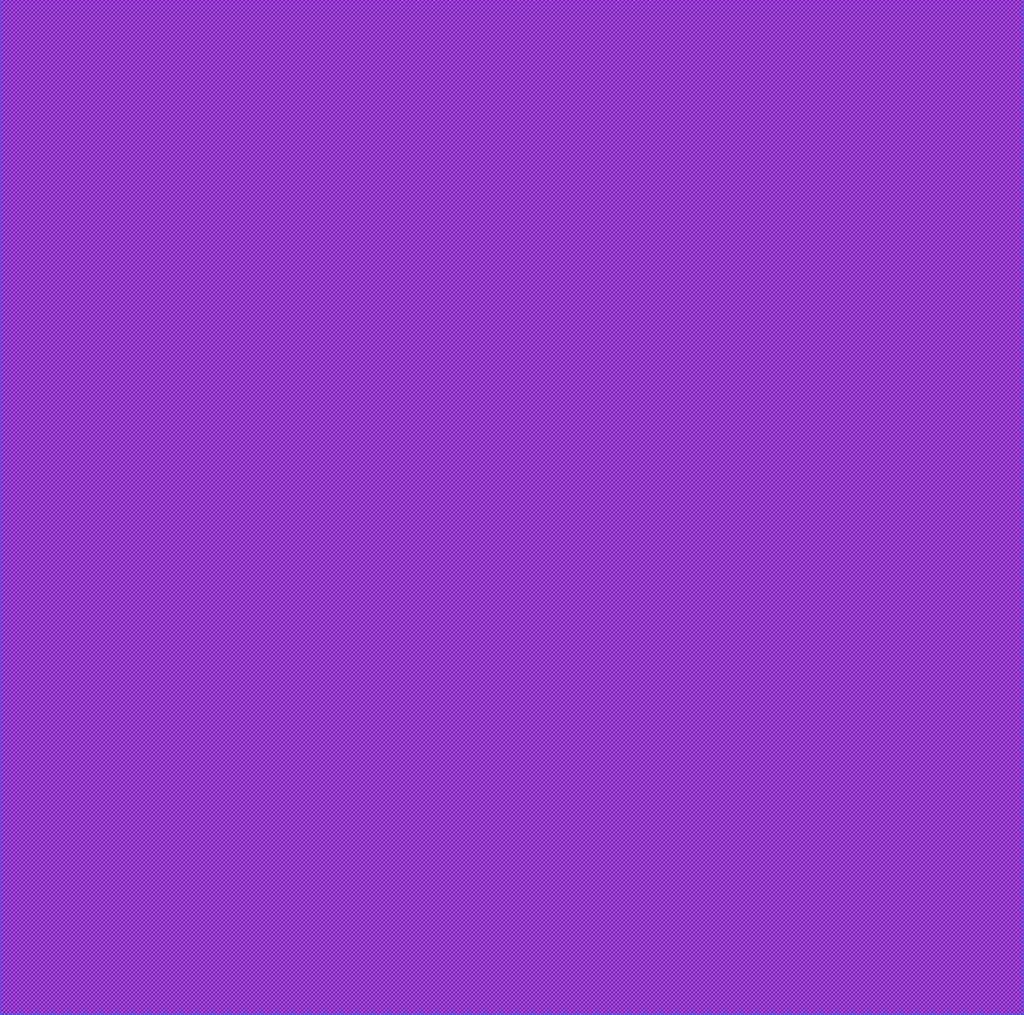
<source format=lef>
##
## LEF for PtnCells ;
## created by Innovus v18.10-p002_1 on Tue Apr 20 17:40:23 2021
##

VERSION 5.5 ;

NAMESCASESENSITIVE ON ;
BUSBITCHARS "[]" ;
DIVIDERCHAR "/" ;

MACRO aes128keyWrapper
  CLASS BLOCK ;
  SIZE 184.680000 BY 183.120000 ;
  FOREIGN aes128keyWrapper 0.000000 0.000000 ;
  ORIGIN 0 0 ;
  SYMMETRY X Y R90 ;
  PIN reset
    DIRECTION INPUT ;
    USE SIGNAL ;
  END reset
  PIN clock
    DIRECTION INPUT ;
    USE SIGNAL ;
  END clock
  PIN input[31]
    DIRECTION INPUT ;
    USE SIGNAL ;
    PORT
      LAYER metal2 ;
        RECT 90.690000 183.050000 90.760000 183.120000 ;
    END
  END input[31]
  PIN input[30]
    DIRECTION INPUT ;
    USE SIGNAL ;
    PORT
      LAYER metal2 ;
        RECT 89.740000 183.050000 89.810000 183.120000 ;
    END
  END input[30]
  PIN input[29]
    DIRECTION INPUT ;
    USE SIGNAL ;
    PORT
      LAYER metal2 ;
        RECT 88.790000 183.050000 88.860000 183.120000 ;
    END
  END input[29]
  PIN input[28]
    DIRECTION INPUT ;
    USE SIGNAL ;
    PORT
      LAYER metal2 ;
        RECT 87.840000 183.050000 87.910000 183.120000 ;
    END
  END input[28]
  PIN input[27]
    DIRECTION INPUT ;
    USE SIGNAL ;
    PORT
      LAYER metal2 ;
        RECT 86.890000 183.050000 86.960000 183.120000 ;
    END
  END input[27]
  PIN input[26]
    DIRECTION INPUT ;
    USE SIGNAL ;
    PORT
      LAYER metal2 ;
        RECT 85.940000 183.050000 86.010000 183.120000 ;
    END
  END input[26]
  PIN input[25]
    DIRECTION INPUT ;
    USE SIGNAL ;
    PORT
      LAYER metal2 ;
        RECT 84.990000 183.050000 85.060000 183.120000 ;
    END
  END input[25]
  PIN input[24]
    DIRECTION INPUT ;
    USE SIGNAL ;
    PORT
      LAYER metal2 ;
        RECT 84.040000 183.050000 84.110000 183.120000 ;
    END
  END input[24]
  PIN input[23]
    DIRECTION INPUT ;
    USE SIGNAL ;
    PORT
      LAYER metal2 ;
        RECT 83.090000 183.050000 83.160000 183.120000 ;
    END
  END input[23]
  PIN input[22]
    DIRECTION INPUT ;
    USE SIGNAL ;
    PORT
      LAYER metal2 ;
        RECT 82.140000 183.050000 82.210000 183.120000 ;
    END
  END input[22]
  PIN input[21]
    DIRECTION INPUT ;
    USE SIGNAL ;
    PORT
      LAYER metal2 ;
        RECT 81.190000 183.050000 81.260000 183.120000 ;
    END
  END input[21]
  PIN input[20]
    DIRECTION INPUT ;
    USE SIGNAL ;
    PORT
      LAYER metal2 ;
        RECT 80.240000 183.050000 80.310000 183.120000 ;
    END
  END input[20]
  PIN input[19]
    DIRECTION INPUT ;
    USE SIGNAL ;
    PORT
      LAYER metal2 ;
        RECT 79.290000 183.050000 79.360000 183.120000 ;
    END
  END input[19]
  PIN input[18]
    DIRECTION INPUT ;
    USE SIGNAL ;
    PORT
      LAYER metal2 ;
        RECT 78.340000 183.050000 78.410000 183.120000 ;
    END
  END input[18]
  PIN input[17]
    DIRECTION INPUT ;
    USE SIGNAL ;
    PORT
      LAYER metal2 ;
        RECT 77.390000 183.050000 77.460000 183.120000 ;
    END
  END input[17]
  PIN input[16]
    DIRECTION INPUT ;
    USE SIGNAL ;
    PORT
      LAYER metal2 ;
        RECT 76.440000 183.050000 76.510000 183.120000 ;
    END
  END input[16]
  PIN input[15]
    DIRECTION INPUT ;
    USE SIGNAL ;
    PORT
      LAYER metal2 ;
        RECT 75.490000 183.050000 75.560000 183.120000 ;
    END
  END input[15]
  PIN input[14]
    DIRECTION INPUT ;
    USE SIGNAL ;
    PORT
      LAYER metal2 ;
        RECT 74.540000 183.050000 74.610000 183.120000 ;
    END
  END input[14]
  PIN input[13]
    DIRECTION INPUT ;
    USE SIGNAL ;
    PORT
      LAYER metal2 ;
        RECT 73.590000 183.050000 73.660000 183.120000 ;
    END
  END input[13]
  PIN input[12]
    DIRECTION INPUT ;
    USE SIGNAL ;
    PORT
      LAYER metal2 ;
        RECT 72.640000 183.050000 72.710000 183.120000 ;
    END
  END input[12]
  PIN input[11]
    DIRECTION INPUT ;
    USE SIGNAL ;
    PORT
      LAYER metal2 ;
        RECT 71.690000 183.050000 71.760000 183.120000 ;
    END
  END input[11]
  PIN input[10]
    DIRECTION INPUT ;
    USE SIGNAL ;
    PORT
      LAYER metal2 ;
        RECT 70.740000 183.050000 70.810000 183.120000 ;
    END
  END input[10]
  PIN input[9]
    DIRECTION INPUT ;
    USE SIGNAL ;
    PORT
      LAYER metal2 ;
        RECT 69.790000 183.050000 69.860000 183.120000 ;
    END
  END input[9]
  PIN input[8]
    DIRECTION INPUT ;
    USE SIGNAL ;
    PORT
      LAYER metal2 ;
        RECT 68.840000 183.050000 68.910000 183.120000 ;
    END
  END input[8]
  PIN input[7]
    DIRECTION INPUT ;
    USE SIGNAL ;
    PORT
      LAYER metal2 ;
        RECT 67.890000 183.050000 67.960000 183.120000 ;
    END
  END input[7]
  PIN input[6]
    DIRECTION INPUT ;
    USE SIGNAL ;
    PORT
      LAYER metal2 ;
        RECT 66.940000 183.050000 67.010000 183.120000 ;
    END
  END input[6]
  PIN input[5]
    DIRECTION INPUT ;
    USE SIGNAL ;
    PORT
      LAYER metal2 ;
        RECT 65.990000 183.050000 66.060000 183.120000 ;
    END
  END input[5]
  PIN input[4]
    DIRECTION INPUT ;
    USE SIGNAL ;
    PORT
      LAYER metal2 ;
        RECT 65.040000 183.050000 65.110000 183.120000 ;
    END
  END input[4]
  PIN input[3]
    DIRECTION INPUT ;
    USE SIGNAL ;
    PORT
      LAYER metal2 ;
        RECT 64.090000 183.050000 64.160000 183.120000 ;
    END
  END input[3]
  PIN input[2]
    DIRECTION INPUT ;
    USE SIGNAL ;
    PORT
      LAYER metal2 ;
        RECT 63.140000 183.050000 63.210000 183.120000 ;
    END
  END input[2]
  PIN input[1]
    DIRECTION INPUT ;
    USE SIGNAL ;
    PORT
      LAYER metal2 ;
        RECT 62.190000 183.050000 62.260000 183.120000 ;
    END
  END input[1]
  PIN input[0]
    DIRECTION INPUT ;
    USE SIGNAL ;
    PORT
      LAYER metal2 ;
        RECT 61.240000 183.050000 61.310000 183.120000 ;
    END
  END input[0]
  PIN cipher[31]
    DIRECTION OUTPUT ;
    USE SIGNAL ;
    PORT
      LAYER metal2 ;
        RECT 62.950000 0.000000 63.020000 0.070000 ;
    END
  END cipher[31]
  PIN cipher[30]
    DIRECTION OUTPUT ;
    USE SIGNAL ;
    PORT
      LAYER metal2 ;
        RECT 64.850000 0.000000 64.920000 0.070000 ;
    END
  END cipher[30]
  PIN cipher[29]
    DIRECTION OUTPUT ;
    USE SIGNAL ;
    PORT
      LAYER metal2 ;
        RECT 66.750000 0.000000 66.820000 0.070000 ;
    END
  END cipher[29]
  PIN cipher[28]
    DIRECTION OUTPUT ;
    USE SIGNAL ;
    PORT
      LAYER metal2 ;
        RECT 68.650000 0.000000 68.720000 0.070000 ;
    END
  END cipher[28]
  PIN cipher[27]
    DIRECTION OUTPUT ;
    USE SIGNAL ;
    PORT
      LAYER metal2 ;
        RECT 70.550000 0.000000 70.620000 0.070000 ;
    END
  END cipher[27]
  PIN cipher[26]
    DIRECTION OUTPUT ;
    USE SIGNAL ;
    PORT
      LAYER metal2 ;
        RECT 72.450000 0.000000 72.520000 0.070000 ;
    END
  END cipher[26]
  PIN cipher[25]
    DIRECTION OUTPUT ;
    USE SIGNAL ;
    PORT
      LAYER metal2 ;
        RECT 74.350000 0.000000 74.420000 0.070000 ;
    END
  END cipher[25]
  PIN cipher[24]
    DIRECTION OUTPUT ;
    USE SIGNAL ;
    PORT
      LAYER metal2 ;
        RECT 76.250000 0.000000 76.320000 0.070000 ;
    END
  END cipher[24]
  PIN cipher[23]
    DIRECTION OUTPUT ;
    USE SIGNAL ;
    PORT
      LAYER metal2 ;
        RECT 78.150000 0.000000 78.220000 0.070000 ;
    END
  END cipher[23]
  PIN cipher[22]
    DIRECTION OUTPUT ;
    USE SIGNAL ;
    PORT
      LAYER metal2 ;
        RECT 80.050000 0.000000 80.120000 0.070000 ;
    END
  END cipher[22]
  PIN cipher[21]
    DIRECTION OUTPUT ;
    USE SIGNAL ;
    PORT
      LAYER metal2 ;
        RECT 81.950000 0.000000 82.020000 0.070000 ;
    END
  END cipher[21]
  PIN cipher[20]
    DIRECTION OUTPUT ;
    USE SIGNAL ;
    PORT
      LAYER metal2 ;
        RECT 83.850000 0.000000 83.920000 0.070000 ;
    END
  END cipher[20]
  PIN cipher[19]
    DIRECTION OUTPUT ;
    USE SIGNAL ;
    PORT
      LAYER metal2 ;
        RECT 85.750000 0.000000 85.820000 0.070000 ;
    END
  END cipher[19]
  PIN cipher[18]
    DIRECTION OUTPUT ;
    USE SIGNAL ;
    PORT
      LAYER metal2 ;
        RECT 87.650000 0.000000 87.720000 0.070000 ;
    END
  END cipher[18]
  PIN cipher[17]
    DIRECTION OUTPUT ;
    USE SIGNAL ;
    PORT
      LAYER metal2 ;
        RECT 89.550000 0.000000 89.620000 0.070000 ;
    END
  END cipher[17]
  PIN cipher[16]
    DIRECTION OUTPUT ;
    USE SIGNAL ;
    PORT
      LAYER metal2 ;
        RECT 91.450000 0.000000 91.520000 0.070000 ;
    END
  END cipher[16]
  PIN cipher[15]
    DIRECTION OUTPUT ;
    USE SIGNAL ;
    PORT
      LAYER metal2 ;
        RECT 93.350000 0.000000 93.420000 0.070000 ;
    END
  END cipher[15]
  PIN cipher[14]
    DIRECTION OUTPUT ;
    USE SIGNAL ;
    PORT
      LAYER metal2 ;
        RECT 95.250000 0.000000 95.320000 0.070000 ;
    END
  END cipher[14]
  PIN cipher[13]
    DIRECTION OUTPUT ;
    USE SIGNAL ;
    PORT
      LAYER metal2 ;
        RECT 97.150000 0.000000 97.220000 0.070000 ;
    END
  END cipher[13]
  PIN cipher[12]
    DIRECTION OUTPUT ;
    USE SIGNAL ;
    PORT
      LAYER metal2 ;
        RECT 99.050000 0.000000 99.120000 0.070000 ;
    END
  END cipher[12]
  PIN cipher[11]
    DIRECTION OUTPUT ;
    USE SIGNAL ;
    PORT
      LAYER metal2 ;
        RECT 100.950000 0.000000 101.020000 0.070000 ;
    END
  END cipher[11]
  PIN cipher[10]
    DIRECTION OUTPUT ;
    USE SIGNAL ;
    PORT
      LAYER metal2 ;
        RECT 102.850000 0.000000 102.920000 0.070000 ;
    END
  END cipher[10]
  PIN cipher[9]
    DIRECTION OUTPUT ;
    USE SIGNAL ;
    PORT
      LAYER metal2 ;
        RECT 104.750000 0.000000 104.820000 0.070000 ;
    END
  END cipher[9]
  PIN cipher[8]
    DIRECTION OUTPUT ;
    USE SIGNAL ;
    PORT
      LAYER metal2 ;
        RECT 106.650000 0.000000 106.720000 0.070000 ;
    END
  END cipher[8]
  PIN cipher[7]
    DIRECTION OUTPUT ;
    USE SIGNAL ;
    PORT
      LAYER metal2 ;
        RECT 108.550000 0.000000 108.620000 0.070000 ;
    END
  END cipher[7]
  PIN cipher[6]
    DIRECTION OUTPUT ;
    USE SIGNAL ;
    PORT
      LAYER metal2 ;
        RECT 110.450000 0.000000 110.520000 0.070000 ;
    END
  END cipher[6]
  PIN cipher[5]
    DIRECTION OUTPUT ;
    USE SIGNAL ;
    PORT
      LAYER metal2 ;
        RECT 112.350000 0.000000 112.420000 0.070000 ;
    END
  END cipher[5]
  PIN cipher[4]
    DIRECTION OUTPUT ;
    USE SIGNAL ;
    PORT
      LAYER metal2 ;
        RECT 114.250000 0.000000 114.320000 0.070000 ;
    END
  END cipher[4]
  PIN cipher[3]
    DIRECTION OUTPUT ;
    USE SIGNAL ;
    PORT
      LAYER metal2 ;
        RECT 116.150000 0.000000 116.220000 0.070000 ;
    END
  END cipher[3]
  PIN cipher[2]
    DIRECTION OUTPUT ;
    USE SIGNAL ;
    PORT
      LAYER metal2 ;
        RECT 118.050000 0.000000 118.120000 0.070000 ;
    END
  END cipher[2]
  PIN cipher[1]
    DIRECTION OUTPUT ;
    USE SIGNAL ;
    PORT
      LAYER metal2 ;
        RECT 119.950000 0.000000 120.020000 0.070000 ;
    END
  END cipher[1]
  PIN cipher[0]
    DIRECTION OUTPUT ;
    USE SIGNAL ;
    PORT
      LAYER metal2 ;
        RECT 121.850000 0.000000 121.920000 0.070000 ;
    END
  END cipher[0]
  PIN mr
    DIRECTION INPUT ;
    USE SIGNAL ;
    PORT
      LAYER metal2 ;
        RECT 91.640000 183.050000 91.710000 183.120000 ;
    END
  END mr
  PIN mw
    DIRECTION INPUT ;
    USE SIGNAL ;
    PORT
      LAYER metal2 ;
        RECT 92.590000 183.050000 92.660000 183.120000 ;
    END
  END mw
  PIN keyOrPlain[31]
    DIRECTION INPUT ;
    USE SIGNAL ;
    PORT
      LAYER metal2 ;
        RECT 122.990000 183.050000 123.060000 183.120000 ;
    END
  END keyOrPlain[31]
  PIN keyOrPlain[30]
    DIRECTION INPUT ;
    USE SIGNAL ;
    PORT
      LAYER metal2 ;
        RECT 122.040000 183.050000 122.110000 183.120000 ;
    END
  END keyOrPlain[30]
  PIN keyOrPlain[29]
    DIRECTION INPUT ;
    USE SIGNAL ;
    PORT
      LAYER metal2 ;
        RECT 121.090000 183.050000 121.160000 183.120000 ;
    END
  END keyOrPlain[29]
  PIN keyOrPlain[28]
    DIRECTION INPUT ;
    USE SIGNAL ;
    PORT
      LAYER metal2 ;
        RECT 120.140000 183.050000 120.210000 183.120000 ;
    END
  END keyOrPlain[28]
  PIN keyOrPlain[27]
    DIRECTION INPUT ;
    USE SIGNAL ;
    PORT
      LAYER metal2 ;
        RECT 119.190000 183.050000 119.260000 183.120000 ;
    END
  END keyOrPlain[27]
  PIN keyOrPlain[26]
    DIRECTION INPUT ;
    USE SIGNAL ;
    PORT
      LAYER metal2 ;
        RECT 118.240000 183.050000 118.310000 183.120000 ;
    END
  END keyOrPlain[26]
  PIN keyOrPlain[25]
    DIRECTION INPUT ;
    USE SIGNAL ;
    PORT
      LAYER metal2 ;
        RECT 117.290000 183.050000 117.360000 183.120000 ;
    END
  END keyOrPlain[25]
  PIN keyOrPlain[24]
    DIRECTION INPUT ;
    USE SIGNAL ;
    PORT
      LAYER metal2 ;
        RECT 116.340000 183.050000 116.410000 183.120000 ;
    END
  END keyOrPlain[24]
  PIN keyOrPlain[23]
    DIRECTION INPUT ;
    USE SIGNAL ;
    PORT
      LAYER metal2 ;
        RECT 115.390000 183.050000 115.460000 183.120000 ;
    END
  END keyOrPlain[23]
  PIN keyOrPlain[22]
    DIRECTION INPUT ;
    USE SIGNAL ;
    PORT
      LAYER metal2 ;
        RECT 114.440000 183.050000 114.510000 183.120000 ;
    END
  END keyOrPlain[22]
  PIN keyOrPlain[21]
    DIRECTION INPUT ;
    USE SIGNAL ;
    PORT
      LAYER metal2 ;
        RECT 113.490000 183.050000 113.560000 183.120000 ;
    END
  END keyOrPlain[21]
  PIN keyOrPlain[20]
    DIRECTION INPUT ;
    USE SIGNAL ;
    PORT
      LAYER metal2 ;
        RECT 112.540000 183.050000 112.610000 183.120000 ;
    END
  END keyOrPlain[20]
  PIN keyOrPlain[19]
    DIRECTION INPUT ;
    USE SIGNAL ;
    PORT
      LAYER metal2 ;
        RECT 111.590000 183.050000 111.660000 183.120000 ;
    END
  END keyOrPlain[19]
  PIN keyOrPlain[18]
    DIRECTION INPUT ;
    USE SIGNAL ;
    PORT
      LAYER metal2 ;
        RECT 110.640000 183.050000 110.710000 183.120000 ;
    END
  END keyOrPlain[18]
  PIN keyOrPlain[17]
    DIRECTION INPUT ;
    USE SIGNAL ;
    PORT
      LAYER metal2 ;
        RECT 109.690000 183.050000 109.760000 183.120000 ;
    END
  END keyOrPlain[17]
  PIN keyOrPlain[16]
    DIRECTION INPUT ;
    USE SIGNAL ;
    PORT
      LAYER metal2 ;
        RECT 108.740000 183.050000 108.810000 183.120000 ;
    END
  END keyOrPlain[16]
  PIN keyOrPlain[15]
    DIRECTION INPUT ;
    USE SIGNAL ;
    PORT
      LAYER metal2 ;
        RECT 107.790000 183.050000 107.860000 183.120000 ;
    END
  END keyOrPlain[15]
  PIN keyOrPlain[14]
    DIRECTION INPUT ;
    USE SIGNAL ;
    PORT
      LAYER metal2 ;
        RECT 106.840000 183.050000 106.910000 183.120000 ;
    END
  END keyOrPlain[14]
  PIN keyOrPlain[13]
    DIRECTION INPUT ;
    USE SIGNAL ;
    PORT
      LAYER metal2 ;
        RECT 105.890000 183.050000 105.960000 183.120000 ;
    END
  END keyOrPlain[13]
  PIN keyOrPlain[12]
    DIRECTION INPUT ;
    USE SIGNAL ;
    PORT
      LAYER metal2 ;
        RECT 104.940000 183.050000 105.010000 183.120000 ;
    END
  END keyOrPlain[12]
  PIN keyOrPlain[11]
    DIRECTION INPUT ;
    USE SIGNAL ;
    PORT
      LAYER metal2 ;
        RECT 103.990000 183.050000 104.060000 183.120000 ;
    END
  END keyOrPlain[11]
  PIN keyOrPlain[10]
    DIRECTION INPUT ;
    USE SIGNAL ;
    PORT
      LAYER metal2 ;
        RECT 103.040000 183.050000 103.110000 183.120000 ;
    END
  END keyOrPlain[10]
  PIN keyOrPlain[9]
    DIRECTION INPUT ;
    USE SIGNAL ;
    PORT
      LAYER metal2 ;
        RECT 102.090000 183.050000 102.160000 183.120000 ;
    END
  END keyOrPlain[9]
  PIN keyOrPlain[8]
    DIRECTION INPUT ;
    USE SIGNAL ;
    PORT
      LAYER metal2 ;
        RECT 101.140000 183.050000 101.210000 183.120000 ;
    END
  END keyOrPlain[8]
  PIN keyOrPlain[7]
    DIRECTION INPUT ;
    USE SIGNAL ;
    PORT
      LAYER metal2 ;
        RECT 100.190000 183.050000 100.260000 183.120000 ;
    END
  END keyOrPlain[7]
  PIN keyOrPlain[6]
    DIRECTION INPUT ;
    USE SIGNAL ;
    PORT
      LAYER metal2 ;
        RECT 99.240000 183.050000 99.310000 183.120000 ;
    END
  END keyOrPlain[6]
  PIN keyOrPlain[5]
    DIRECTION INPUT ;
    USE SIGNAL ;
    PORT
      LAYER metal2 ;
        RECT 98.290000 183.050000 98.360000 183.120000 ;
    END
  END keyOrPlain[5]
  PIN keyOrPlain[4]
    DIRECTION INPUT ;
    USE SIGNAL ;
    PORT
      LAYER metal2 ;
        RECT 97.340000 183.050000 97.410000 183.120000 ;
    END
  END keyOrPlain[4]
  PIN keyOrPlain[3]
    DIRECTION INPUT ;
    USE SIGNAL ;
    PORT
      LAYER metal2 ;
        RECT 96.390000 183.050000 96.460000 183.120000 ;
    END
  END keyOrPlain[3]
  PIN keyOrPlain[2]
    DIRECTION INPUT ;
    USE SIGNAL ;
    PORT
      LAYER metal2 ;
        RECT 95.440000 183.050000 95.510000 183.120000 ;
    END
  END keyOrPlain[2]
  PIN keyOrPlain[1]
    DIRECTION INPUT ;
    USE SIGNAL ;
    PORT
      LAYER metal2 ;
        RECT 94.490000 183.050000 94.560000 183.120000 ;
    END
  END keyOrPlain[1]
  PIN keyOrPlain[0]
    DIRECTION INPUT ;
    USE SIGNAL ;
    PORT
      LAYER metal2 ;
        RECT 93.540000 183.050000 93.610000 183.120000 ;
    END
  END keyOrPlain[0]
  OBS
    LAYER metal1 ;
      RECT 0.000000 0.000000 184.680000 183.120000 ;
    LAYER metal2 ;
      RECT 123.130000 182.980000 184.680000 183.120000 ;
      RECT 122.180000 182.980000 122.920000 183.120000 ;
      RECT 121.230000 182.980000 121.970000 183.120000 ;
      RECT 120.280000 182.980000 121.020000 183.120000 ;
      RECT 119.330000 182.980000 120.070000 183.120000 ;
      RECT 118.380000 182.980000 119.120000 183.120000 ;
      RECT 117.430000 182.980000 118.170000 183.120000 ;
      RECT 116.480000 182.980000 117.220000 183.120000 ;
      RECT 115.530000 182.980000 116.270000 183.120000 ;
      RECT 114.580000 182.980000 115.320000 183.120000 ;
      RECT 113.630000 182.980000 114.370000 183.120000 ;
      RECT 112.680000 182.980000 113.420000 183.120000 ;
      RECT 111.730000 182.980000 112.470000 183.120000 ;
      RECT 110.780000 182.980000 111.520000 183.120000 ;
      RECT 109.830000 182.980000 110.570000 183.120000 ;
      RECT 108.880000 182.980000 109.620000 183.120000 ;
      RECT 107.930000 182.980000 108.670000 183.120000 ;
      RECT 106.980000 182.980000 107.720000 183.120000 ;
      RECT 106.030000 182.980000 106.770000 183.120000 ;
      RECT 105.080000 182.980000 105.820000 183.120000 ;
      RECT 104.130000 182.980000 104.870000 183.120000 ;
      RECT 103.180000 182.980000 103.920000 183.120000 ;
      RECT 102.230000 182.980000 102.970000 183.120000 ;
      RECT 101.280000 182.980000 102.020000 183.120000 ;
      RECT 100.330000 182.980000 101.070000 183.120000 ;
      RECT 99.380000 182.980000 100.120000 183.120000 ;
      RECT 98.430000 182.980000 99.170000 183.120000 ;
      RECT 97.480000 182.980000 98.220000 183.120000 ;
      RECT 96.530000 182.980000 97.270000 183.120000 ;
      RECT 95.580000 182.980000 96.320000 183.120000 ;
      RECT 94.630000 182.980000 95.370000 183.120000 ;
      RECT 93.680000 182.980000 94.420000 183.120000 ;
      RECT 92.730000 182.980000 93.470000 183.120000 ;
      RECT 91.780000 182.980000 92.520000 183.120000 ;
      RECT 90.830000 182.980000 91.570000 183.120000 ;
      RECT 89.880000 182.980000 90.620000 183.120000 ;
      RECT 88.930000 182.980000 89.670000 183.120000 ;
      RECT 87.980000 182.980000 88.720000 183.120000 ;
      RECT 87.030000 182.980000 87.770000 183.120000 ;
      RECT 86.080000 182.980000 86.820000 183.120000 ;
      RECT 85.130000 182.980000 85.870000 183.120000 ;
      RECT 84.180000 182.980000 84.920000 183.120000 ;
      RECT 83.230000 182.980000 83.970000 183.120000 ;
      RECT 82.280000 182.980000 83.020000 183.120000 ;
      RECT 81.330000 182.980000 82.070000 183.120000 ;
      RECT 80.380000 182.980000 81.120000 183.120000 ;
      RECT 79.430000 182.980000 80.170000 183.120000 ;
      RECT 78.480000 182.980000 79.220000 183.120000 ;
      RECT 77.530000 182.980000 78.270000 183.120000 ;
      RECT 76.580000 182.980000 77.320000 183.120000 ;
      RECT 75.630000 182.980000 76.370000 183.120000 ;
      RECT 74.680000 182.980000 75.420000 183.120000 ;
      RECT 73.730000 182.980000 74.470000 183.120000 ;
      RECT 72.780000 182.980000 73.520000 183.120000 ;
      RECT 71.830000 182.980000 72.570000 183.120000 ;
      RECT 70.880000 182.980000 71.620000 183.120000 ;
      RECT 69.930000 182.980000 70.670000 183.120000 ;
      RECT 68.980000 182.980000 69.720000 183.120000 ;
      RECT 68.030000 182.980000 68.770000 183.120000 ;
      RECT 67.080000 182.980000 67.820000 183.120000 ;
      RECT 66.130000 182.980000 66.870000 183.120000 ;
      RECT 65.180000 182.980000 65.920000 183.120000 ;
      RECT 64.230000 182.980000 64.970000 183.120000 ;
      RECT 63.280000 182.980000 64.020000 183.120000 ;
      RECT 62.330000 182.980000 63.070000 183.120000 ;
      RECT 61.380000 182.980000 62.120000 183.120000 ;
      RECT 0.000000 182.980000 61.170000 183.120000 ;
      RECT 0.000000 0.140000 184.680000 182.980000 ;
      RECT 121.990000 0.000000 184.680000 0.140000 ;
      RECT 120.090000 0.000000 121.780000 0.140000 ;
      RECT 118.190000 0.000000 119.880000 0.140000 ;
      RECT 116.290000 0.000000 117.980000 0.140000 ;
      RECT 114.390000 0.000000 116.080000 0.140000 ;
      RECT 112.490000 0.000000 114.180000 0.140000 ;
      RECT 110.590000 0.000000 112.280000 0.140000 ;
      RECT 108.690000 0.000000 110.380000 0.140000 ;
      RECT 106.790000 0.000000 108.480000 0.140000 ;
      RECT 104.890000 0.000000 106.580000 0.140000 ;
      RECT 102.990000 0.000000 104.680000 0.140000 ;
      RECT 101.090000 0.000000 102.780000 0.140000 ;
      RECT 99.190000 0.000000 100.880000 0.140000 ;
      RECT 97.290000 0.000000 98.980000 0.140000 ;
      RECT 95.390000 0.000000 97.080000 0.140000 ;
      RECT 93.490000 0.000000 95.180000 0.140000 ;
      RECT 91.590000 0.000000 93.280000 0.140000 ;
      RECT 89.690000 0.000000 91.380000 0.140000 ;
      RECT 87.790000 0.000000 89.480000 0.140000 ;
      RECT 85.890000 0.000000 87.580000 0.140000 ;
      RECT 83.990000 0.000000 85.680000 0.140000 ;
      RECT 82.090000 0.000000 83.780000 0.140000 ;
      RECT 80.190000 0.000000 81.880000 0.140000 ;
      RECT 78.290000 0.000000 79.980000 0.140000 ;
      RECT 76.390000 0.000000 78.080000 0.140000 ;
      RECT 74.490000 0.000000 76.180000 0.140000 ;
      RECT 72.590000 0.000000 74.280000 0.140000 ;
      RECT 70.690000 0.000000 72.380000 0.140000 ;
      RECT 68.790000 0.000000 70.480000 0.140000 ;
      RECT 66.890000 0.000000 68.580000 0.140000 ;
      RECT 64.990000 0.000000 66.680000 0.140000 ;
      RECT 63.090000 0.000000 64.780000 0.140000 ;
      RECT 0.000000 0.000000 62.880000 0.140000 ;
    LAYER metal3 ;
      RECT 0.000000 0.000000 184.680000 183.120000 ;
    LAYER metal4 ;
      RECT 0.000000 0.000000 184.680000 183.120000 ;
    LAYER metal5 ;
      RECT 0.000000 0.000000 184.680000 183.120000 ;
    LAYER metal6 ;
      RECT 0.000000 0.000000 184.680000 183.120000 ;
    LAYER metal7 ;
      RECT 0.000000 0.000000 184.680000 183.120000 ;
    LAYER metal8 ;
      RECT 0.000000 0.000000 184.680000 183.120000 ;
    LAYER metal9 ;
      RECT 0.000000 0.000000 184.680000 183.120000 ;
    LAYER metal10 ;
      RECT 0.000000 0.000000 184.680000 183.120000 ;
  END
END aes128keyWrapper

END LIBRARY

</source>
